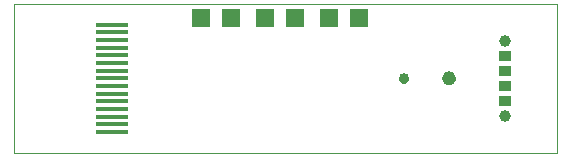
<source format=gbs>
G75*
G70*
%OFA0B0*%
%FSLAX24Y24*%
%IPPOS*%
%LPD*%
%AMOC8*
5,1,8,0,0,1.08239X$1,22.5*
%
%ADD10C,0.0000*%
%ADD11C,0.0335*%
%ADD12C,0.0453*%
%ADD13R,0.0640X0.0640*%
%ADD14R,0.0390X0.0360*%
%ADD15C,0.0390*%
%ADD16R,0.1064X0.0178*%
D10*
X004510Y003328D02*
X004510Y008318D01*
X022630Y008318D01*
X022630Y003328D01*
X004510Y003328D01*
X017363Y005828D02*
X017365Y005852D01*
X017371Y005875D01*
X017380Y005897D01*
X017393Y005917D01*
X017408Y005935D01*
X017427Y005950D01*
X017448Y005962D01*
X017470Y005970D01*
X017493Y005975D01*
X017517Y005976D01*
X017541Y005973D01*
X017563Y005966D01*
X017585Y005956D01*
X017605Y005943D01*
X017622Y005926D01*
X017636Y005907D01*
X017647Y005886D01*
X017655Y005863D01*
X017659Y005840D01*
X017659Y005816D01*
X017655Y005793D01*
X017647Y005770D01*
X017636Y005749D01*
X017622Y005730D01*
X017605Y005713D01*
X017585Y005700D01*
X017563Y005690D01*
X017541Y005683D01*
X017517Y005680D01*
X017493Y005681D01*
X017470Y005686D01*
X017448Y005694D01*
X017427Y005706D01*
X017408Y005721D01*
X017393Y005739D01*
X017380Y005759D01*
X017371Y005781D01*
X017365Y005804D01*
X017363Y005828D01*
X018801Y005828D02*
X018803Y005856D01*
X018809Y005884D01*
X018818Y005910D01*
X018831Y005936D01*
X018847Y005959D01*
X018867Y005979D01*
X018889Y005997D01*
X018913Y006012D01*
X018939Y006023D01*
X018966Y006031D01*
X018994Y006035D01*
X019022Y006035D01*
X019050Y006031D01*
X019077Y006023D01*
X019103Y006012D01*
X019127Y005997D01*
X019149Y005979D01*
X019169Y005959D01*
X019185Y005936D01*
X019198Y005910D01*
X019207Y005884D01*
X019213Y005856D01*
X019215Y005828D01*
X019213Y005800D01*
X019207Y005772D01*
X019198Y005746D01*
X019185Y005720D01*
X019169Y005697D01*
X019149Y005677D01*
X019127Y005659D01*
X019103Y005644D01*
X019077Y005633D01*
X019050Y005625D01*
X019022Y005621D01*
X018994Y005621D01*
X018966Y005625D01*
X018939Y005633D01*
X018913Y005644D01*
X018889Y005659D01*
X018867Y005677D01*
X018847Y005697D01*
X018831Y005720D01*
X018818Y005746D01*
X018809Y005772D01*
X018803Y005800D01*
X018801Y005828D01*
D11*
X017511Y005828D03*
D12*
X019008Y005828D03*
D13*
X016010Y007828D03*
X015010Y007828D03*
X013885Y007828D03*
X012885Y007828D03*
X011760Y007828D03*
X010760Y007828D03*
D14*
X020885Y006578D03*
X020885Y006078D03*
X020885Y005578D03*
X020885Y005078D03*
D15*
X020885Y004578D03*
X020885Y007078D03*
D16*
X007791Y007107D03*
X007791Y006851D03*
X007791Y006595D03*
X007791Y006339D03*
X007791Y006083D03*
X007791Y005828D03*
X007791Y005572D03*
X007791Y005316D03*
X007791Y005060D03*
X007791Y004804D03*
X007791Y004548D03*
X007791Y004292D03*
X007791Y004036D03*
X007791Y007363D03*
X007791Y007619D03*
M02*

</source>
